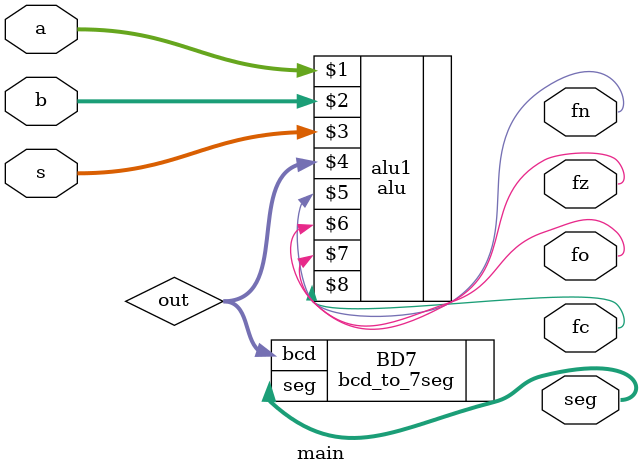
<source format=sv>
module main #(parameter N = 4)(
		input logic [N-1 : 0] a,
		input logic [N-1 : 0] b,
		input logic [3 : 0] s,
		output reg [6:0] seg,
		output logic fn,fz,fo,fc);
		
	logic [N-1 : 0] out;
	
	alu #(N) alu1(a,b,s,out,fn,fz,fo,fc);
	bcd_to_7seg BD7(.bcd(out),.seg(seg));
	
endmodule
</source>
